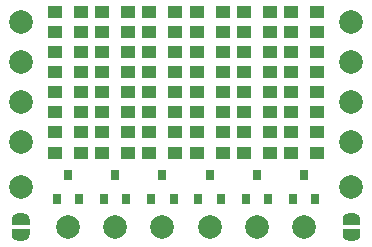
<source format=gts>
%TF.GenerationSoftware,KiCad,Pcbnew,(5.1.9)-1*%
%TF.CreationDate,2022-09-01T14:45:20+02:00*%
%TF.ProjectId,decode,6465636f-6465-42e6-9b69-6361645f7063,rev?*%
%TF.SameCoordinates,Original*%
%TF.FileFunction,Soldermask,Top*%
%TF.FilePolarity,Negative*%
%FSLAX46Y46*%
G04 Gerber Fmt 4.6, Leading zero omitted, Abs format (unit mm)*
G04 Created by KiCad (PCBNEW (5.1.9)-1) date 2022-09-01 14:45:20*
%MOMM*%
%LPD*%
G01*
G04 APERTURE LIST*
%ADD10R,1.300000X1.000000*%
%ADD11C,2.000000*%
%ADD12R,0.800000X0.900000*%
%ADD13C,0.100000*%
G04 APERTURE END LIST*
D10*
%TO.C,D57*%
X178900000Y-66300000D03*
X181100000Y-66300000D03*
%TD*%
%TO.C,D56*%
X178900000Y-64600000D03*
X181100000Y-64600000D03*
%TD*%
%TO.C,D55*%
X178900000Y-62900000D03*
X181100000Y-62900000D03*
%TD*%
%TO.C,D54*%
X178900000Y-61200000D03*
X181100000Y-61200000D03*
%TD*%
%TO.C,D53*%
X178900000Y-59500000D03*
X181100000Y-59500000D03*
%TD*%
%TO.C,D52*%
X178900000Y-57800000D03*
X181100000Y-57800000D03*
%TD*%
%TO.C,D51*%
X178900000Y-56100000D03*
X181100000Y-56100000D03*
%TD*%
%TO.C,D50*%
X178900000Y-54400000D03*
X181100000Y-54400000D03*
%TD*%
%TO.C,D47*%
X174900000Y-66300000D03*
X177100000Y-66300000D03*
%TD*%
%TO.C,D46*%
X174900000Y-64600000D03*
X177100000Y-64600000D03*
%TD*%
%TO.C,D45*%
X174900000Y-62900000D03*
X177100000Y-62900000D03*
%TD*%
%TO.C,D44*%
X174900000Y-61200000D03*
X177100000Y-61200000D03*
%TD*%
%TO.C,D43*%
X174900000Y-59500000D03*
X177100000Y-59500000D03*
%TD*%
%TO.C,D42*%
X174900000Y-57800000D03*
X177100000Y-57800000D03*
%TD*%
%TO.C,D41*%
X174900000Y-56100000D03*
X177100000Y-56100000D03*
%TD*%
%TO.C,D40*%
X174900000Y-54400000D03*
X177100000Y-54400000D03*
%TD*%
%TO.C,D37*%
X170900000Y-66300000D03*
X173100000Y-66300000D03*
%TD*%
%TO.C,D36*%
X170900000Y-64600000D03*
X173100000Y-64600000D03*
%TD*%
%TO.C,D35*%
X170900000Y-62900000D03*
X173100000Y-62900000D03*
%TD*%
%TO.C,D34*%
X170900000Y-61200000D03*
X173100000Y-61200000D03*
%TD*%
%TO.C,D33*%
X170900000Y-59500000D03*
X173100000Y-59500000D03*
%TD*%
%TO.C,D32*%
X170900000Y-57800000D03*
X173100000Y-57800000D03*
%TD*%
%TO.C,D31*%
X170900000Y-56100000D03*
X173100000Y-56100000D03*
%TD*%
%TO.C,D30*%
X170900000Y-54400000D03*
X173100000Y-54400000D03*
%TD*%
%TO.C,D27*%
X166900000Y-66300000D03*
X169100000Y-66300000D03*
%TD*%
%TO.C,D26*%
X166900000Y-64600000D03*
X169100000Y-64600000D03*
%TD*%
%TO.C,D25*%
X166900000Y-62900000D03*
X169100000Y-62900000D03*
%TD*%
%TO.C,D24*%
X166900000Y-61200000D03*
X169100000Y-61200000D03*
%TD*%
%TO.C,D23*%
X166900000Y-59500000D03*
X169100000Y-59500000D03*
%TD*%
%TO.C,D22*%
X166900000Y-57800000D03*
X169100000Y-57800000D03*
%TD*%
%TO.C,D21*%
X166900000Y-56100000D03*
X169100000Y-56100000D03*
%TD*%
%TO.C,D20*%
X166900000Y-54400000D03*
X169100000Y-54400000D03*
%TD*%
%TO.C,D17*%
X162900000Y-66300000D03*
X165100000Y-66300000D03*
%TD*%
%TO.C,D16*%
X162900000Y-64600000D03*
X165100000Y-64600000D03*
%TD*%
%TO.C,D15*%
X162900000Y-62900000D03*
X165100000Y-62900000D03*
%TD*%
%TO.C,D14*%
X162900000Y-61200000D03*
X165100000Y-61200000D03*
%TD*%
%TO.C,D13*%
X162900000Y-59500000D03*
X165100000Y-59500000D03*
%TD*%
%TO.C,D12*%
X162900000Y-57800000D03*
X165100000Y-57800000D03*
%TD*%
%TO.C,D11*%
X162900000Y-56100000D03*
X165100000Y-56100000D03*
%TD*%
%TO.C,D10*%
X162900000Y-54400000D03*
X165100000Y-54400000D03*
%TD*%
%TO.C,D7*%
X158900000Y-66300000D03*
X161100000Y-66300000D03*
%TD*%
%TO.C,D6*%
X158900000Y-64600000D03*
X161100000Y-64600000D03*
%TD*%
%TO.C,D5*%
X158900000Y-62900000D03*
X161100000Y-62900000D03*
%TD*%
%TO.C,D4*%
X158900000Y-61200000D03*
X161100000Y-61200000D03*
%TD*%
%TO.C,D3*%
X158900000Y-59500000D03*
X161100000Y-59500000D03*
%TD*%
%TO.C,D2*%
X158900000Y-57800000D03*
X161100000Y-57800000D03*
%TD*%
%TO.C,D1*%
X158900000Y-56100000D03*
X161100000Y-56100000D03*
%TD*%
%TO.C,D0*%
X158900000Y-54400000D03*
X161100000Y-54400000D03*
%TD*%
D11*
%TO.C,TP16*%
X184000000Y-69200000D03*
%TD*%
%TO.C,TP14*%
X156000000Y-69200000D03*
%TD*%
%TO.C,TP13*%
X180000000Y-72600000D03*
%TD*%
%TO.C,TP12*%
X176000000Y-72600000D03*
%TD*%
%TO.C,TP11*%
X172000000Y-72600000D03*
%TD*%
%TO.C,TP10*%
X168000000Y-72600000D03*
%TD*%
%TO.C,TP9*%
X164000000Y-72600000D03*
%TD*%
%TO.C,TP8*%
X160000000Y-72600000D03*
%TD*%
%TO.C,TP7*%
X184000000Y-65450000D03*
%TD*%
%TO.C,TP6*%
X156000000Y-65450000D03*
%TD*%
%TO.C,TP5*%
X184000000Y-62050000D03*
%TD*%
%TO.C,TP4*%
X156000000Y-62050000D03*
%TD*%
%TO.C,TP3*%
X184000000Y-58650000D03*
%TD*%
%TO.C,TP2*%
X156000000Y-58650000D03*
%TD*%
%TO.C,TP1*%
X184000000Y-55250000D03*
%TD*%
%TO.C,TP0*%
X156000000Y-55250000D03*
%TD*%
D12*
%TO.C,Q5*%
X180000000Y-68200000D03*
X180950000Y-70200000D03*
X179050000Y-70200000D03*
%TD*%
%TO.C,Q4*%
X176000000Y-68200000D03*
X176950000Y-70200000D03*
X175050000Y-70200000D03*
%TD*%
%TO.C,Q3*%
X172000000Y-68200000D03*
X172950000Y-70200000D03*
X171050000Y-70200000D03*
%TD*%
%TO.C,Q2*%
X168000000Y-68200000D03*
X168950000Y-70200000D03*
X167050000Y-70200000D03*
%TD*%
%TO.C,Q1*%
X164000000Y-68200000D03*
X164950000Y-70200000D03*
X163050000Y-70200000D03*
%TD*%
%TO.C,Q0*%
X160000000Y-68200000D03*
X160950000Y-70200000D03*
X159050000Y-70200000D03*
%TD*%
D13*
%TO.C,JP1*%
G36*
X183250000Y-72450000D02*
G01*
X183250000Y-71950000D01*
X183250602Y-71950000D01*
X183250602Y-71925466D01*
X183255412Y-71876635D01*
X183264984Y-71828510D01*
X183279228Y-71781555D01*
X183298005Y-71736222D01*
X183321136Y-71692949D01*
X183348396Y-71652150D01*
X183379524Y-71614221D01*
X183414221Y-71579524D01*
X183452150Y-71548396D01*
X183492949Y-71521136D01*
X183536222Y-71498005D01*
X183581555Y-71479228D01*
X183628510Y-71464984D01*
X183676635Y-71455412D01*
X183725466Y-71450602D01*
X183750000Y-71450602D01*
X183750000Y-71450000D01*
X184250000Y-71450000D01*
X184250000Y-71450602D01*
X184274534Y-71450602D01*
X184323365Y-71455412D01*
X184371490Y-71464984D01*
X184418445Y-71479228D01*
X184463778Y-71498005D01*
X184507051Y-71521136D01*
X184547850Y-71548396D01*
X184585779Y-71579524D01*
X184620476Y-71614221D01*
X184651604Y-71652150D01*
X184678864Y-71692949D01*
X184701995Y-71736222D01*
X184720772Y-71781555D01*
X184735016Y-71828510D01*
X184744588Y-71876635D01*
X184749398Y-71925466D01*
X184749398Y-71950000D01*
X184750000Y-71950000D01*
X184750000Y-72450000D01*
X183250000Y-72450000D01*
G37*
G36*
X184749398Y-73250000D02*
G01*
X184749398Y-73274534D01*
X184744588Y-73323365D01*
X184735016Y-73371490D01*
X184720772Y-73418445D01*
X184701995Y-73463778D01*
X184678864Y-73507051D01*
X184651604Y-73547850D01*
X184620476Y-73585779D01*
X184585779Y-73620476D01*
X184547850Y-73651604D01*
X184507051Y-73678864D01*
X184463778Y-73701995D01*
X184418445Y-73720772D01*
X184371490Y-73735016D01*
X184323365Y-73744588D01*
X184274534Y-73749398D01*
X184250000Y-73749398D01*
X184250000Y-73750000D01*
X183750000Y-73750000D01*
X183750000Y-73749398D01*
X183725466Y-73749398D01*
X183676635Y-73744588D01*
X183628510Y-73735016D01*
X183581555Y-73720772D01*
X183536222Y-73701995D01*
X183492949Y-73678864D01*
X183452150Y-73651604D01*
X183414221Y-73620476D01*
X183379524Y-73585779D01*
X183348396Y-73547850D01*
X183321136Y-73507051D01*
X183298005Y-73463778D01*
X183279228Y-73418445D01*
X183264984Y-73371490D01*
X183255412Y-73323365D01*
X183250602Y-73274534D01*
X183250602Y-73250000D01*
X183250000Y-73250000D01*
X183250000Y-72750000D01*
X184750000Y-72750000D01*
X184750000Y-73250000D01*
X184749398Y-73250000D01*
G37*
%TD*%
%TO.C,JP0*%
G36*
X156750000Y-72750000D02*
G01*
X156750000Y-73250000D01*
X156749398Y-73250000D01*
X156749398Y-73274534D01*
X156744588Y-73323365D01*
X156735016Y-73371490D01*
X156720772Y-73418445D01*
X156701995Y-73463778D01*
X156678864Y-73507051D01*
X156651604Y-73547850D01*
X156620476Y-73585779D01*
X156585779Y-73620476D01*
X156547850Y-73651604D01*
X156507051Y-73678864D01*
X156463778Y-73701995D01*
X156418445Y-73720772D01*
X156371490Y-73735016D01*
X156323365Y-73744588D01*
X156274534Y-73749398D01*
X156250000Y-73749398D01*
X156250000Y-73750000D01*
X155750000Y-73750000D01*
X155750000Y-73749398D01*
X155725466Y-73749398D01*
X155676635Y-73744588D01*
X155628510Y-73735016D01*
X155581555Y-73720772D01*
X155536222Y-73701995D01*
X155492949Y-73678864D01*
X155452150Y-73651604D01*
X155414221Y-73620476D01*
X155379524Y-73585779D01*
X155348396Y-73547850D01*
X155321136Y-73507051D01*
X155298005Y-73463778D01*
X155279228Y-73418445D01*
X155264984Y-73371490D01*
X155255412Y-73323365D01*
X155250602Y-73274534D01*
X155250602Y-73250000D01*
X155250000Y-73250000D01*
X155250000Y-72750000D01*
X156750000Y-72750000D01*
G37*
G36*
X155250602Y-71950000D02*
G01*
X155250602Y-71925466D01*
X155255412Y-71876635D01*
X155264984Y-71828510D01*
X155279228Y-71781555D01*
X155298005Y-71736222D01*
X155321136Y-71692949D01*
X155348396Y-71652150D01*
X155379524Y-71614221D01*
X155414221Y-71579524D01*
X155452150Y-71548396D01*
X155492949Y-71521136D01*
X155536222Y-71498005D01*
X155581555Y-71479228D01*
X155628510Y-71464984D01*
X155676635Y-71455412D01*
X155725466Y-71450602D01*
X155750000Y-71450602D01*
X155750000Y-71450000D01*
X156250000Y-71450000D01*
X156250000Y-71450602D01*
X156274534Y-71450602D01*
X156323365Y-71455412D01*
X156371490Y-71464984D01*
X156418445Y-71479228D01*
X156463778Y-71498005D01*
X156507051Y-71521136D01*
X156547850Y-71548396D01*
X156585779Y-71579524D01*
X156620476Y-71614221D01*
X156651604Y-71652150D01*
X156678864Y-71692949D01*
X156701995Y-71736222D01*
X156720772Y-71781555D01*
X156735016Y-71828510D01*
X156744588Y-71876635D01*
X156749398Y-71925466D01*
X156749398Y-71950000D01*
X156750000Y-71950000D01*
X156750000Y-72450000D01*
X155250000Y-72450000D01*
X155250000Y-71950000D01*
X155250602Y-71950000D01*
G37*
%TD*%
M02*

</source>
